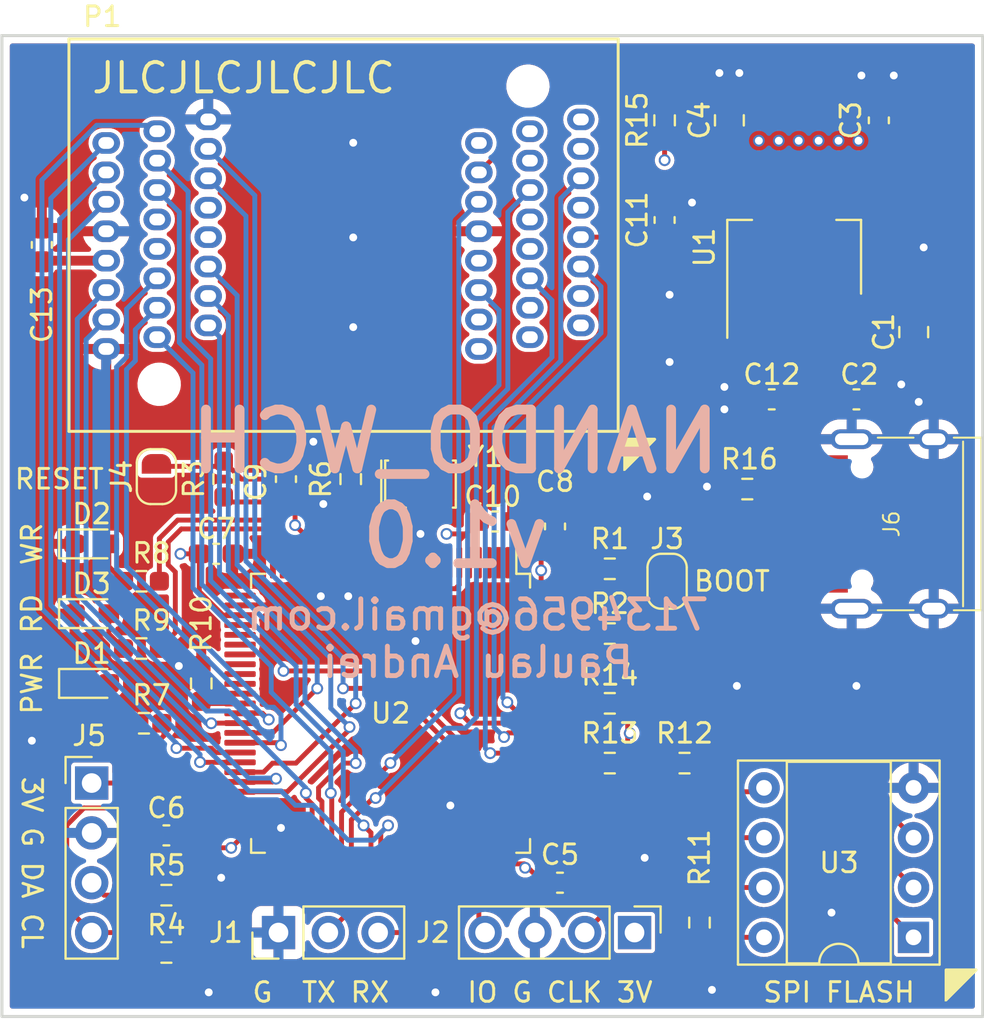
<source format=kicad_pcb>
(kicad_pcb (version 20211014) (generator pcbnew)
  (title_block (title "NANDO") (rev "v3.4"))
  (layers (0 "F.Cu" signal) (1 "In1.Cu" signal) (2 "In2.Cu" signal) (31 "B.Cu" signal) (34 "B.Paste" user) (35 "F.Paste" user) (36 "B.SilkS" user "B.Silkscreen") (37 "F.SilkS" user "F.Silkscreen") (38 "B.Mask" user) (39 "F.Mask" user) (44 "Edge.Cuts" user))
  (net 0 "")
  (net 1 "GNDD")
  (net 2 "+5V")
  (net 3 "+3V3")
  (net 4 "Net-(D1-Pad2)")
  (net 5 "Net-(D3-Pad2)")
  (net 6 "Net-(D2-Pad2)")
  (net 7 "Net-(J3-Pad2)")
  (net 8 "/SWDIO")
  (net 9 "/SWCLK")
  (net 10 "/USART1_TX")
  (net 11 "/USART1_RX")
  (net 12 "/FSMC_NWAIT")
  (net 13 "/FSMC_NOE")
  (net 14 "/FSMC_NCE2")
  (net 15 "/FSMC_CLE")
  (net 16 "/FSMC_ALE")
  (net 17 "/FSMC_NWE")
  (net 18 "/FSMC_D15")
  (net 19 "/FSMC_D14")
  (net 20 "/FSMC_D13")
  (net 21 "/FSMC_D7")
  (net 22 "/FSMC_D6")
  (net 23 "/FSMC_D5")
  (net 24 "/FSMC_D4")
  (net 25 "/FSMC_D12")
  (net 26 "/FSMC_D11")
  (net 27 "/FSMC_D3")
  (net 28 "/FSMC_D2")
  (net 29 "/FSMC_D1")
  (net 30 "/FSMC_D0")
  (net 31 "/FSMC_D10")
  (net 32 "/FSMC_D9")
  (net 33 "/FSMC_D8")
  (net 34 "/BOOT0")
  (net 35 "/USB_DP")
  (net 36 "/USB_DM")
  (net 37 "/RED")
  (net 38 "/YELLOW")
  (net 39 "/I2C2_SDA")
  (net 40 "/I2C2_SCL")
  (net 41 "/NRST")
  (net 42 "Net-(J6-PadA5)")
  (net 47 "Net-(R6-Pad1)")
  (net 48 "/DATA0")
  (net 55 "Net-(U2-Pad12)")
  (net 80 "/SPI3_NSS")
  (net 81 "/SPI3_SCK")
  (net 82 "/SPI3_MISO")
  (net 83 "/SPI3_MOSI")
  (net 95 "Net-(R6-Pad2)")
  (net 96 "Net-(R10-Pad2)")
  (net 107 "Net-(P1-Pad19)")
  (net 115 "Net-(R11-Pad1)")
  (net 116 "Net-(R12-Pad1)")
  (footprint "Capacitor_SMD:C_0603_1608Metric_Pad1.08x0.95mm_HandSolder" (layer "F.Cu") (at 175.254199 74.405637 180)
    (fp_text reference "C6")
    (fp_text value "0.1uF")
  )
  (footprint "Resistor_SMD:R_0603_1608Metric_Pad0.98x0.95mm_HandSolder" (layer "F.Cu") (at 184.652199 56.244637 -90)
    (fp_text reference "R6")
    (fp_text value "1k")
  )
  (footprint "Capacitor_SMD:C_0603_1608Metric_Pad1.08x0.95mm_HandSolder" (layer "F.Cu") (at 195.320199 76.818637)
    (fp_text reference "C5")
    (fp_text value "0.1uF")
  )
  (footprint "Resistor_SMD:R_0603_1608Metric_Pad0.98x0.95mm_HandSolder" (layer "F.Cu") (at 178.175199 56.244637 90)
    (fp_text reference "R3")
    (fp_text value "10k")
  )
  (footprint "Library:TYPE-C-31-M-12" (layer "F.Cu") (at 214.370199 58.530637 90)
    (fp_text reference "J6")
    (fp_text value "USB_C_Receptacle_USB2.0")
  )
  (footprint "Resistor_SMD:R_0603_1608Metric_Pad0.98x0.95mm_HandSolder" (layer "F.Cu") (at 204.868699 56.752637)
    (fp_text reference "R16")
    (fp_text value "5.1k")
  )
  (footprint "Connector_PinHeader_2.54mm:PinHeader_1x04_P2.54mm_Vertical" (layer "F.Cu") (at 171.444199 71.738637)
    (fp_text reference "J5")
    (fp_text value "Conn_01x04")
  )
  (footprint "Package_DIP:DIP-8_W7.62mm_Socket" (layer "F.Cu") (at 213.344199 79.602637 180)
    (fp_text reference "U3")
    (fp_text value "25LCxxx")
  )
  (footprint "Capacitor_SMD:C_0603_1608Metric_Pad1.08x0.95mm_HandSolder" (layer "F.Cu") (at 168.904199 44.306637 90)
    (fp_text reference "C13")
    (fp_text value "0.1uF")
  )
  (footprint "LED_SMD:LED_0603_1608Metric_Pad1.05x0.95mm_HandSolder" (layer "F.Cu") (at 171.444199 59.546637)
    (fp_text reference "D2")
    (fp_text value "RED")
  )
  (footprint "Capacitor_SMD:C_0603_1608Metric_Pad1.08x0.95mm_HandSolder" (layer "F.Cu") (at 206.115199 52.180637 180)
    (fp_text reference "C12")
    (fp_text value "1uF")
  )
  (footprint "Connector_PinHeader_2.54mm:PinHeader_1x04_P2.54mm_Vertical" (layer "F.Cu") (at 199.120199 79.358637 -90)
    (fp_text reference "J2")
    (fp_text value "Conn_01x04")
  )
  (footprint "Jumper:SolderJumper-2_P1.3mm_Open_RoundedPad1.0x1.5mm" (layer "F.Cu") (at 174.746199 56.117637 90)
    (fp_text reference "J4")
    (fp_text value "~RST")
  )
  (footprint "Crystal:Resonator_SMD_Murata_CSTxExxV-3Pin_3.0x1.1mm_HandSoldering" (layer "F.Cu") (at 188.208199 56.498637)
    (fp_text reference "Y1")
    (fp_text value "CSTNE8M00G550000R0 8MHz")
  )
  (footprint "Resistor_SMD:R_0603_1608Metric_Pad0.98x0.95mm_HandSolder" (layer "F.Cu") (at 175.254199 77.453637 180)
    (fp_text reference "R5")
    (fp_text value "4.7k")
  )
  (footprint "Resistor_SMD:R_0603_1608Metric_Pad0.98x0.95mm_HandSolder" (layer "F.Cu") (at 200.654199 37.956637 -90)
    (fp_text reference "R15")
    (fp_text value "10k")
  )
  (footprint "Resistor_SMD:R_0603_1608Metric_Pad0.98x0.95mm_HandSolder" (layer "F.Cu") (at 197.860199 64.118637 180)
    (fp_text reference "R2")
    (fp_text value "10k")
  )
  (footprint "Capacitor_SMD:C_0603_1608Metric_Pad1.08x0.95mm_HandSolder" (layer "F.Cu") (at 192.018199 58.403637)
    (fp_text reference "C10")
    (fp_text value "0.1uF")
  )
  (footprint "Resistor_SMD:R_0603_1608Metric_Pad0.98x0.95mm_HandSolder" (layer "F.Cu") (at 173.984199 64.880637)
    (fp_text reference "R9")
    (fp_text value "1k")
  )
  (footprint "Capacitor_SMD:C_0603_1608Metric_Pad1.08x0.95mm_HandSolder" (layer "F.Cu") (at 177.794199 60.054637)
    (fp_text reference "C7")
    (fp_text value "0.1uF")
  )
  (footprint "Capacitor_SMD:C_0603_1608Metric_Pad1.08x0.95mm_HandSolder" (layer "F.Cu") (at 211.576199 37.956637 90)
    (fp_text reference "C3")
    (fp_text value "0.1uF")
  )
  (footprint "Library:TSOP48ZIF" (layer "F.Cu") (at 170.286199 53.810637 180)
    (fp_text reference "P1")
    (fp_text value "TSOP-48_adapter" hide)
  )
  (footprint "Connector_PinHeader_2.54mm:PinHeader_1x03_P2.54mm_Vertical" (layer "F.Cu") (at 180.969199 79.358637 90)
    (fp_text reference "J1")
    (fp_text value "Conn_01x03")
  )
  (footprint "LED_SMD:LED_0603_1608Metric_Pad1.05x0.95mm_HandSolder" (layer "F.Cu") (at 171.444199 66.658637)
    (fp_text reference "D1")
    (fp_text value "GREEN")
  )
  (footprint "Capacitor_SMD:C_0603_1608Metric_Pad1.08x0.95mm_HandSolder" (layer "F.Cu") (at 210.433199 52.180637)
    (fp_text reference "C2")
    (fp_text value "0.1uF")
  )
  (footprint "Resistor_SMD:R_0603_1608Metric_Pad0.98x0.95mm_HandSolder" (layer "F.Cu") (at 175.254199 80.374637 180)
    (fp_text reference "R4")
    (fp_text value "4.7k")
  )
  (footprint "Capacitor_SMD:C_0603_1608Metric_Pad1.08x0.95mm_HandSolder" (layer "F.Cu") (at 181.350199 56.244637 90)
    (fp_text reference "C9")
    (fp_text value "0.1uF")
  )
  (footprint "Resistor_SMD:R_0603_1608Metric_Pad0.98x0.95mm_HandSolder" (layer "F.Cu") (at 197.860199 70.722637 180)
    (fp_text reference "R13")
    (fp_text value "10k")
  )
  (footprint "Resistor_SMD:R_0603_1608Metric_Pad0.98x0.95mm_HandSolder" (layer "F.Cu") (at 202.432199 78.850637 -90)
    (fp_text reference "R11")
    (fp_text value "10k")
  )
  (footprint "Capacitor_SMD:C_0603_1608Metric_Pad1.08x0.95mm_HandSolder" (layer "F.Cu") (at 200.654199 43.036637 90)
    (fp_text reference "C11")
    (fp_text value "0.1uF")
  )
  (footprint "LED_SMD:LED_0603_1608Metric_Pad1.05x0.95mm_HandSolder" (layer "F.Cu") (at 171.444199 63.102637)
    (fp_text reference "D3")
    (fp_text value "YELLOW")
  )
  (footprint "Capacitor_SMD:C_0805_2012Metric_Pad1.18x1.45mm_HandSolder" (layer "F.Cu") (at 213.354199 48.751637 -90)
    (fp_text reference "C1")
    (fp_text value "10uF")
  )
  (footprint "Resistor_SMD:R_0603_1608Metric_Pad0.98x0.95mm_HandSolder" (layer "F.Cu") (at 197.860199 67.674637)
    (fp_text reference "R14")
    (fp_text value "10k")
  )
  (footprint "Package_TO_SOT_SMD:SOT-223" (layer "F.Cu") (at 207.258199 44.941637 90)
    (fp_text reference "U1")
    (fp_text value "LM1117-3.3")
  )
  (footprint "Resistor_SMD:R_0603_1608Metric_Pad0.98x0.95mm_HandSolder" (layer "F.Cu") (at 197.860199 60.816637)
    (fp_text reference "R1")
    (fp_text value "510")
  )
  (footprint "Capacitor_SMD:C_0603_1608Metric_Pad1.08x0.95mm_HandSolder" (layer "F.Cu") (at 195.066199 58.657637 90)
    (fp_text reference "C8")
    (fp_text value "0.1uF")
  )
  (footprint "Resistor_SMD:R_0603_1608Metric_Pad0.98x0.95mm_HandSolder" (layer "F.Cu") (at 173.984199 61.451637)
    (fp_text reference "R8")
    (fp_text value "1k")
  )
  (footprint "Capacitor_SMD:C_0805_2012Metric_Pad1.18x1.45mm_HandSolder" (layer "F.Cu") (at 203.956199 37.956637 90)
    (fp_text reference "C4")
    (fp_text value "10uF")
  )
  (footprint "Resistor_SMD:R_0603_1608Metric_Pad0.98x0.95mm_HandSolder" (layer "F.Cu") (at 174.111199 68.690637)
    (fp_text reference "R7")
    (fp_text value "1k")
  )
  (footprint "Jumper:SolderJumper-2_P1.3mm_Open_RoundedPad1.0x1.5mm" (layer "F.Cu") (at 200.781199 61.451637 90)
    (fp_text reference "J3")
    (fp_text value "BOOT0")
  )
  (footprint "Resistor_SMD:R_0603_1608Metric_Pad0.98x0.95mm_HandSolder" (layer "F.Cu") (at 201.670199 70.722637 180)
    (fp_text reference "R12")
    (fp_text value "10k")
  )
  (footprint "Package_QFP:LQFP-100_14x14mm_P0.5mm" (layer "F.Cu") (at 186.684199 68.182637 -90)
    (fp_text reference "U2")
    (fp_text value "CH32V103VCT6")
  )
  (footprint "Resistor_SMD:R_0603_1608Metric_Pad0.98x0.95mm_HandSolder" (layer "F.Cu") (at 177.032199 66.658637 -90)
    (fp_text reference "R10")
    (fp_text value "10k")
  )
  (gr_poly (pts (xy 215.005199 81.263637) (xy 216.529199 81.263637) (xy 215.005199 82.787637)) (layer "F.SilkS") (width 0.153) (fill solid))
  (gr_poly (pts (xy 198.622199 54.212637) (xy 200.146199 54.212637) (xy 198.622199 55.736637)) (layer "F.SilkS") (width 0.153) (fill solid))
  (gr_rect (start 166.872199 33.638637) (end 216.872199 83.638637) (layer "Edge.Cuts") (width 0.15) (fill none))
  (gr_text "7134956@gmail.com\nPaulau Andrei" (at 191.129199 64.372637) (layer "B.SilkS") (effects (font (size 1.5 1.5) (thickness 0.25)) (justify mirror)))
  (gr_text "NANDO_WCH\nv1.0" (at 189.986199 56.752637) (layer "B.SilkS") (effects (font (size 3 3) (thickness 0.5)) (justify mirror)))
  (gr_text "RD" (at 168.396199 63.102637 90) (layer "F.SilkS") (effects (font (size 1 1))))
  (gr_text "PWR" (at 168.396199 66.658637 90) (layer "F.SilkS") (effects (font (size 1 1))))
  (gr_text "WR" (at 168.396199 59.546637 90) (layer "F.SilkS") (effects (font (size 1 1))))
  (gr_text "RESET" (at 169.793199 56.244637) (layer "F.SilkS") (effects (font (size 1 1))))
  (gr_text "3V G DA CL" (at 168.396199 75.802637 270) (layer "F.SilkS") (effects (font (size 1 1))))
  (gr_text "G  TX RX" (at 183.128199 82.406637) (layer "F.SilkS") (effects (font (size 1 1))))
  (gr_text "SPI FLASH" (at 209.544199 82.406637) (layer "F.SilkS") (effects (font (size 1 1))))
  (gr_text "BOOT" (at 204.083199 61.451637) (layer "F.SilkS") (effects (font (size 1 1))))
  (gr_text "IO G CLK 3V" (at 195.320199 82.406637) (layer "F.SilkS") (effects (font (size 1 1))))
  (gr_text "JLCJLCJLCJLC" (at 179.191199 35.797637) (layer "F.SilkS") (effects (font (size 1.5 1.5) (thickness 0.2))))
  (segment (start 188.184199 60.507637) (end 188.208199 60.483637) (width 0.25) (layer "F.Cu") (net 1))
  (segment (start 188.208199 60.483637) (end 188.208199 59.038637) (width 0.25) (layer "F.Cu") (net 1))
  (segment (start 188.208199 59.038637) (end 188.208199 56.498637) (width 0.25) (layer "F.Cu") (net 1))
  (via (at 204.464199 35.543637) (size 0.6) (drill 0.4) (layers "F.Cu" "B.Cu") (net 1))
  (via (at 213.862199 44.433637) (size 0.6) (drill 0.4) (layers "F.Cu" "B.Cu") (net 1))
  (via (at 203.702199 52.688637) (size 0.6) (drill 0.4) (layers "F.Cu" "B.Cu") (net 1))
  (via (at 187.954199 64.499637) (size 0.6) (drill 0.4) (layers "F.Cu" "B.Cu") (net 1))
  (via (at 184.779199 39.099637) (size 0.6) (drill 0.4) (layers "F.Cu" "B.Cu") (net 1))
  (via (at 184.525199 62.213637) (size 0.6) (drill 0.4) (layers "F.Cu" "B.Cu") (net 1))
  (via (at 212.338199 35.670637) (size 0.6) (drill 0.4) (layers "F.Cu" "B.Cu") (net 1))
  (via (at 189.732199 72.881637) (size 0.6) (drill 0.4) (layers "F.Cu" "B.Cu") (net 1))
  (via (at 210.433199 66.785637) (size 0.6) (drill 0.4) (layers "F.Cu" "B.Cu") (net 1))
  (via (at 199.638199 75.548637) (size 0.6) (drill 0.4) (layers "F.Cu" "B.Cu") (net 1))
  (via (at 203.067199 82.279637) (size 0.6) (drill 0.4) (layers "F.Cu" "B.Cu") (net 1))
  (via (at 199.765199 57.133637) (size 0.6) (drill 0.4) (layers "F.Cu" "B.Cu") (net 1))
  (via (at 183.255199 57.514637) (size 0.6) (drill 0.4) (layers "F.Cu" "B.Cu") (net 1))
  (via (at 168.396199 69.579637) (size 0.6) (drill 0.4) (layers "F.Cu" "B.Cu") (net 1))
  (via (at 183.128199 62.213637) (size 0.6) (drill 0.4) (layers "F.Cu" "B.Cu") (net 1))
  (via (at 177.413199 82.406637) (size 0.6) (drill 0.4) (layers "F.Cu" "B.Cu") (net 1))
  (via (at 202.813199 56.625637) (size 0.6) (drill 0.4) (layers "F.Cu" "B.Cu") (net 1))
  (via (at 188.208199 59.038637) (size 0.6) (drill 0.4) (layers "F.Cu" "B.Cu") (net 1))
  (via (at 203.448199 35.543637) (size 0.6) (drill 0.4) (layers "F.Cu" "B.Cu") (net 1))
  (via (at 200.908199 50.275637) (size 0.6) (drill 0.4) (layers "F.Cu" "B.Cu") (net 1))
  (via (at 184.779199 48.497637) (size 0.6) (drill 0.4) (layers "F.Cu" "B.Cu") (net 1))
  (via (at 188.970199 82.406637) (size 0.6) (drill 0.4) (layers "F.Cu" "B.Cu") (net 1))
  (via (at 212.719199 51.418637) (size 0.6) (drill 0.4) (layers "F.Cu" "B.Cu") (net 1))
  (via (at 204.337199 66.785637) (size 0.6) (drill 0.4) (layers "F.Cu" "B.Cu") (net 1))
  (via (at 175.889199 65.769637) (size 0.6) (drill 0.4) (layers "F.Cu" "B.Cu") (net 1))
  (via (at 168.015199 41.893637) (size 0.6) (drill 0.4) (layers "F.Cu" "B.Cu") (net 1))
  (via (at 182.747199 54.339637) (size 0.6) (drill 0.4) (layers "F.Cu" "B.Cu") (net 1))
  (via (at 200.908199 46.846637) (size 0.6) (drill 0.4) (layers "F.Cu" "B.Cu") (net 1))
  (via (at 181.096199 74.024637) (size 0.6) (drill 0.4) (layers "F.Cu" "B.Cu") (net 1))
  (via (at 202.051199 42.147637) (size 0.6) (drill 0.4) (layers "F.Cu" "B.Cu") (net 1))
  (via (at 178.048199 76.564637) (size 0.6) (drill 0.4) (layers "F.Cu" "B.Cu") (net 1))
  (via (at 184.779199 43.925637) (size 0.6) (drill 0.4) (layers "F.Cu" "B.Cu") (net 1))
  (via (at 203.702199 51.545637) (size 0.6) (drill 0.4) (layers "F.Cu" "B.Cu") (net 1))
  (via (at 210.687199 35.670637) (size 0.6) (drill 0.4) (layers "F.Cu" "B.Cu") (net 1))
  (via (at 209.163199 78.342637) (size 0.6) (drill 0.4) (layers "F.Cu" "B.Cu") (net 1))
  (via (at 213.608199 52.307637) (size 0.6) (drill 0.4) (layers "F.Cu" "B.Cu") (net 1))
  (segment (start 207.258199 55.990637) (end 208.020199 55.990637) (width 0.5) (layer "F.Cu") (net 2))
  (segment (start 209.270199 56.230637) (end 210.324591 56.230637) (width 0.25) (layer "F.Cu") (net 2))
  (segment (start 209.570699 48.104137) (end 209.558199 48.091637) (width 0.5) (layer "F.Cu") (net 2))
  (segment (start 211.447698 59.929138) (end 210.814199 60.562637) (width 0.5) (layer "F.Cu") (net 2))
  (segment (start 210.941199 56.669763) (end 211.447698 57.176262) (width 0.5) (layer "F.Cu") (net 2))
  (segment (start 213.354199 47.714137) (end 209.935699 47.714137) (width 0.5) (layer "F.Cu") (net 2))
  (segment (start 208.260199 56.230637) (end 208.020199 55.990637) (width 0.25) (layer "F.Cu") (net 2))
  (segment (start 209.270199 56.230637) (end 208.260199 56.230637) (width 0.25) (layer "F.Cu") (net 2))
  (segment (start 209.935699 47.714137) (end 209.558199 48.091637) (width 0.5) (layer "F.Cu") (net 2))
  (segment (start 206.977699 52.180637) (end 206.977699 55.710137) (width 0.5) (layer "F.Cu") (net 2))
  (segment (start 210.324591 60.830637) (end 210.592591 60.562637) (width 0.25) (layer "F.Cu") (net 2))
  (segment (start 206.977699 52.180637) (end 209.570699 52.180637) (width 0.5) (layer "F.Cu") (net 2))
  (segment (start 209.570699 52.180637) (end 209.570699 48.104137) (width 0.5) (layer "F.Cu") (net 2))
  (segment (start 206.977699 55.710137) (end 207.258199 55.990637) (width 0.5) (layer "F.Cu") (net 2))
  (segment (start 209.270199 60.830637) (end 210.324591 60.830637) (width 0.25) (layer "F.Cu") (net 2))
  (segment (start 210.719591 56.625637) (end 210.941199 56.625637) (width 0.25) (layer "F.Cu") (net 2))
  (segment (start 211.447698 57.176262) (end 211.447698 59.929138) (width 0.5) (layer "F.Cu") (net 2))
  (segment (start 210.592591 60.562637) (end 210.814199 60.562637) (width 0.25) (layer "F.Cu") (net 2))
  (segment (start 210.324591 56.230637) (end 210.719591 56.625637) (width 0.25) (layer "F.Cu") (net 2))
  (segment (start 196.947699 60.816637) (end 196.362699 60.816637) (width 0.25) (layer "F.Cu") (net 3))
  (segment (start 182.184199 58.960524) (end 182.184199 60.507637) (width 0.25) (layer "F.Cu") (net 3))
  (segment (start 187.827199 61.832637) (end 187.684199 61.689637) (width 0.25) (layer "F.Cu") (net 3))
  (segment (start 178.556199 75.040637) (end 179.009199 74.587637) (width 0.25) (layer "F.Cu") (net 3))
  (segment (start 196.386199 43.910637) (end 200.642699 43.910637) (width 0.25) (layer "F.Cu") (net 3))
  (segment (start 181.814901 57.825839) (end 181.350199 57.361137) (width 0.25) (layer "F.Cu") (net 3))
  (segment (start 210.538699 38.994137) (end 211.401199 38.994137) (width 1) (layer "F.Cu") (net 3))
  (segment (start 178.429199 57.411137) (end 181.300199 57.411137) (width 0.25) (layer "F.Cu") (net 3))
  (segment (start 176.931699 61.732137) (end 176.931699 60.054637) (width 0.25) (layer "F.Cu") (net 3))
  (segment (start 176.116699 74.405637) (end 176.166699 74.455637) (width 0.25) (layer "F.Cu") (net 3))
  (segment (start 196.362699 60.816637) (end 195.066199 59.520137) (width 0.25) (layer "F.Cu") (net 3))
  (segment (start 198.772699 67.674637) (end 198.772699 69.095137) (width 0.25) (layer "F.Cu") (net 3))
  (segment (start 192.684199 75.857637) (end 193.496699 75.857637) (width 0.25) (layer "F.Cu") (net 3))
  (segment (start 189.986199 61.832637) (end 187.827199 61.832637) (width 0.25) (layer "F.Cu") (net 3))
  (segment (start 175.127199 68.794137) (end 175.023699 68.690637) (width 0.25) (layer "F.Cu") (net 3))
  (segment (start 176.751699 75.040637) (end 178.556199 75.040637) (width 0.25) (layer "F.Cu") (net 3))
  (segment (start 207.490699 38.994137) (end 208.506699 38.994137) (width 1) (layer "F.Cu") (net 3))
  (segment (start 205.724199 79.602637) (end 202.592699 79.602637) (width 0.25) (layer "F.Cu") (net 3))
  (segment (start 175.127199 69.325637) (end 175.127199 68.794137) (width 0.25) (layer "F.Cu") (net 3))
  (segment (start 208.506699 38.994137) (end 209.522699 38.994137) (width 1) (layer "F.Cu") (net 3))
  (segment (start 205.458699 38.994137) (end 206.220699 38.994137) (width 1) (layer "F.Cu") (net 3))
  (segment (start 176.116699 74.405637) (end 176.751699 75.040637) (width 0.25) (layer "F.Cu") (net 3))
  (segment (start 207.258199 39.099637) (end 207.152699 38.994137) (width 0.5) (layer "F.Cu") (net 3))
  (segment (start 181.300199 57.411137) (end 181.350199 57.361137) (width 0.25) (layer "F.Cu") (net 3))
  (segment (start 207.152699 38.994137) (end 207.490699 38.994137) (width 1) (layer "F.Cu") (net 3))
  (segment (start 179.009199 63.182637) (end 178.143514 63.182637) (width 0.25) (layer "F.Cu") (net 3))
  (segment (start 194.359199 60.900137) (end 194.359199 62.182637) (width 0.25) (layer "F.Cu") (net 3))
  (segment (start 198.876199 69.198637) (end 198.772699 69.302137) (width 0.25) (layer "F.Cu") (net 3))
  (segment (start 176.166699 74.455637) (end 176.166699 80.374637) (width 0.25) (layer "F.Cu") (net 3))
  (segment (start 181.814901 58.591226) (end 182.184199 58.960524) (width 0.25) (layer "F.Cu") (net 3))
  (segment (start 206.220699 38.994137) (end 206.474699 38.994137) (width 1) (layer "F.Cu") (net 3))
  (segment (start 176.931699 61.970822) (end 176.931699 61.732137) (width 0.25) (layer "F.Cu") (net 3))
  (segment (start 182.184199 60.507637) (end 182.684199 60.507637) (width 0.25) (layer "F.Cu") (net 3))
  (segment (start 194.359199 60.227137) (end 195.066199 59.520137) (width 0.25) (layer "F.Cu") (net 3))
  (segment (start 194.359199 60.900137) (end 194.359199 60.227137) (width 0.25) (layer "F.Cu") (net 3))
  (segment (start 168.962699 45.110637) (end 168.904199 45.169137) (width 0.25) (layer "F.Cu") (net 3))
  (segment (start 172.714199 71.738637) (end 175.127199 69.325637) (width 0.25) (layer "F.Cu") (net 3))
  (segment (start 209.522699 38.994137) (end 210.538699 38.994137) (width 1) (layer "F.Cu") (net 3))
  (segment (start 176.931699 60.054637) (end 175.971199 60.054637) (width 0.25) (layer "F.Cu") (net 3))
  (segment (start 190.520699 59.038637) (end 191.155699 58.403637) (width 0.25) (layer "F.Cu") (net 3))
  (segment (start 189.536699 59.038637) (end 190.520699 59.038637) (width 0.25) (layer "F.Cu") (net 3))
  (segment (start 202.592699 79.602637) (end 202.432199 79.763137) (width 0.25) (layer "F.Cu") (net 3))
  (segment (start 190.184199 59.375137) (end 190.184199 60.507637) (width 0.25) (layer "F.Cu") (net 3))
  (segment (start 171.444199 71.738637) (end 172.714199 71.738637) (width 0.25) (layer "F.Cu") (net 3))
  (segment (start 178.175199 57.157137) (end 178.429199 57.411137) (width 0.25) (layer "F.Cu") (net 3))
  (segment (start 181.814901 58.591226) (end 181.814901 57.825839) (width 0.25) (layer "F.Cu") (net 3))
  (segment (start 203.956199 38.994137) (end 205.458699 38.994137) (width 1) (layer "F.Cu") (net 3))
  (segment (start 172.186199 45.110637) (end 168.962699 45.110637) (width 0.5) (layer "F.Cu") (net 3))
  (segment (start 211.401199 38.994137) (end 211.576199 38.819137) (width 0.5) (layer "F.Cu") (net 3))
  (segment (start 193.496699 75.857637) (end 194.457699 76.818637) (width 0.25) (layer "F.Cu") (net 3))
  (segment (start 198.772699 69.095137) (end 198.876199 69.198637) (width 0.25) (layer "F.Cu") (net 3))
  (segment (start 191.155699 58.403637) (end 190.184199 59.375137) (width 0.25) (layer "F.Cu") (net 3))
  (segment (start 187.684199 61.689637) (end 187.684199 60.507637) (width 0.25) (layer "F.Cu") (net 3))
  (segment (start 200.642699 43.910637) (end 200.654199 43.899137) (width 0.25) (layer "F.Cu") (net 3))
  (segment (start 178.143514 63.182637) (end 176.931699 61.970822) (width 0.25) (layer "F.Cu") (net 3))
  (segment (start 179.009199 74.587637) (end 179.009199 74.182637) (width 0.25) (layer "F.Cu") (net 3))
  (segment (start 190.184199 61.634637) (end 189.986199 61.832637) (width 0.25) (layer "F.Cu") (net 3))
  (segment (start 207.258199 48.091637) (end 207.258199 39.099637) (width 1) (layer "F.Cu") (net 3))
  (segment (start 198.772699 69.302137) (end 198.772699 70.722637) (width 0.25) (layer "F.Cu") (net 3))
  (segment (start 200.654199 38.869137) (end 200.654199 39.988637) (width 0.25) (layer "F.Cu") (net 3))
  (segment (start 200.757699 70.722637) (end 198.772699 70.722637) (width 0.25) (layer "F.Cu") (net 3))
  (segment (start 206.474699 38.994137) (end 207.152699 38.994137) (width 1) (layer "F.Cu") (net 3))
  (segment (start 190.184199 60.507637) (end 190.184199 61.634637) (width 0.25) (layer "F.Cu") (net 3))
  (via (at 210.538699 38.994137) (size 0.6) (drill 0.4) (layers "F.Cu" "B.Cu") (net 3))
  (via (at 209.522699 38.994137) (size 0.6) (drill 0.4) (layers "F.Cu" "B.Cu") (net 3))
  (via (at 175.971199 60.054637) (size 0.6) (drill 0.4) (layers "F.Cu" "B.Cu") (net 3))
  (via (at 189.536699 59.038637) (size 0.6) (drill 0.4) (layers "F.Cu" "B.Cu") (net 3))
  (via (at 193.542199 76.056637) (size 0.6) (drill 0.4) (layers "F.Cu" "B.Cu") (net 3))
  (via (at 200.654199 39.988637) (size 0.6) (drill 0.4) (layers "F.Cu" "B.Cu") (net 3))
  (via (at 205.458699 38.994137) (size 0.6) (drill 0.4) (layers "F.Cu" "B.Cu") (net 3))
  (via (at 198.876199 69.198637) (size 0.6) (drill 0.4) (layers "F.Cu" "B.Cu") (net 3))
  (via (at 208.506699 38.994137) (size 0.6) (drill 0.4) (layers "F.Cu" "B.Cu") (net 3))
  (via (at 194.359199 60.900137) (size 0.6) (drill 0.4) (layers "F.Cu" "B.Cu") (net 3))
  (via (at 207.490699 38.994137) (size 0.6) (drill 0.4) (layers "F.Cu" "B.Cu") (net 3))
  (via (at 206.474699 38.994137) (size 0.6) (drill 0.4) (layers "F.Cu" "B.Cu") (net 3))
  (via (at 178.556199 75.040637) (size 0.6) (drill 0.4) (layers "F.Cu" "B.Cu") (net 3))
  (via (at 181.814901 58.591226) (size 0.6) (drill 0.4) (layers "F.Cu" "B.Cu") (net 3))
  (segment (start 172.319199 66.658637) (end 172.319199 67.811137) (width 0.25) (layer "F.Cu") (net 4))
  (segment (start 172.319199 67.811137) (end 173.198699 68.690637) (width 0.25) (layer "F.Cu") (net 4))
  (segment (start 172.319199 64.128137) (end 173.071699 64.880637) (width 0.25) (layer "F.Cu") (net 5))
  (segment (start 172.319199 63.102637) (end 172.319199 64.128137) (width 0.25) (layer "F.Cu") (net 5))
  (segment (start 172.319199 60.699137) (end 173.071699 61.451637) (width 0.25) (layer "F.Cu") (net 6))
  (segment (start 172.319199 59.546637) (end 172.319199 60.699137) (width 0.25) (layer "F.Cu") (net 6))
  (segment (start 200.781199 60.801637) (end 198.787699 60.801637) (width 0.25) (layer "F.Cu") (net 7))
  (segment (start 198.787699 60.801637) (end 198.772699 60.816637) (width 0.25) (layer "F.Cu") (net 7))
  (segment (start 191.184199 75.857637) (end 191.184199 79.042637) (width 0.25) (layer "F.Cu") (net 8))
  (segment (start 191.184199 79.042637) (end 191.500199 79.358637) (width 0.25) (layer "F.Cu") (net 8))
  (segment (start 196.240199 74.182637) (end 197.352199 75.294637) (width 0.25) (layer "F.Cu") (net 9))
  (segment (start 197.352199 75.294637) (end 197.352199 78.586637) (width 0.25) (layer "F.Cu") (net 9))
  (segment (start 197.352199 78.586637) (end 196.580199 79.358637) (width 0.25) (layer "F.Cu") (net 9))
  (segment (start 194.359199 74.182637) (end 196.240199 74.182637) (width 0.25) (layer "F.Cu") (net 9))
  (segment (start 183.509199 79.358637) (end 185.160199 77.707637) (width 0.25) (layer "F.Cu") (net 10))
  (segment (start 189.184199 77.112637) (end 189.184199 75.857637) (width 0.25) (layer "F.Cu") (net 10))
  (segment (start 185.160199 77.707637) (end 188.589199 77.707637) (width 0.25) (layer "F.Cu") (net 10))
  (segment (start 188.589199 77.707637) (end 189.184199 77.112637) (width 0.25) (layer "F.Cu") (net 10))
  (segment (start 188.774199 78.157637) (end 188.775595 78.157637) (width 0.25) (layer "F.Cu") (net 11))
  (segment (start 186.049199 79.358637) (end 187.573199 79.358637) (width 0.25) (layer "F.Cu") (net 11))
  (segment (start 188.775595 78.157637) (end 189.684199 77.249033) (width 0.25) (layer "F.Cu") (net 11))
  (segment (start 189.684199 77.249033) (end 189.684199 75.857637) (width 0.25) (layer "F.Cu") (net 11))
  (segment (start 187.573199 79.358637) (end 188.774199 78.157637) (width 0.25) (layer "F.Cu") (net 11))
  (segment (start 195.415699 68.682637) (end 196.947699 70.214637) (width 0.25) (layer "F.Cu") (net 12))
  (segment (start 190.240199 68.182637) (end 190.740199 68.682637) (width 0.25) (layer "F.Cu") (net 12))
  (segment (start 194.359199 68.682637) (end 195.415699 68.682637) (width 0.25) (layer "F.Cu") (net 12))
  (segment (start 190.740199 68.682637) (end 194.359199 68.682637) (width 0.25) (layer "F.Cu") (net 12))
  (via (at 190.240199 68.182637) (size 0.6) (drill 0.4) (layers "F.Cu" "B.Cu") (net 12))
  (segment (start 190.611199 53.050771) (end 192.211199 51.450771) (width 0.25) (layer "B.Cu") (net 12))
  (segment (start 192.211199 47.635637) (end 191.186199 46.610637) (width 0.25) (layer "B.Cu") (net 12))
  (segment (start 192.211199 51.450771) (end 192.211199 47.635637) (width 0.25) (layer "B.Cu") (net 12))
  (segment (start 190.611199 67.811637) (end 190.611199 53.050771) (width 0.25) (layer "B.Cu") (net 12))
  (segment (start 190.240199 68.182637) (end 190.611199 67.811637) (width 0.25) (layer "B.Cu") (net 12))
  (segment (start 193.148856 69.682637) (end 194.359199 69.682637) (width 0.25) (layer "F.Cu") (net 13))
  (segment (start 192.616856 70.214637) (end 193.148856 69.682637) (width 0.25) (layer "F.Cu") (net 13))
  (segment (start 191.764199 70.214637) (end 192.616856 70.214637) (width 0.25) (layer "F.Cu") (net 13))
  (via (at 191.764199 70.214637) (size 0.6) (drill 0.4) (layers "F.Cu" "B.Cu") (net 13))
  (segment (start 191.511199 53.423563) (end 194.911199 50.023563) (width 0.25) (layer "B.Cu") (net 13))
  (segment (start 194.911199 50.023563) (end 194.911199 47.135637) (width 0.25) (layer "B.Cu") (net 13))
  (segment (start 191.764199 70.214637) (end 191.511199 69.961637) (width 0.25) (layer "B.Cu") (net 13))
  (segment (start 194.911199 47.135637) (end 193.786199 46.010637) (width 0.25) (layer "B.Cu") (net 13))
  (segment (start 191.511199 69.961637) (end 191.511199 53.423563) (width 0.25) (layer "B.Cu") (net 13))
  (segment (start 194.359199 68.182637) (end 196.439699 68.182637) (width 0.25) (layer "F.Cu") (net 14))
  (segment (start 196.439699 68.182637) (end 196.947699 67.674637) (width 0.25) (layer "F.Cu") (net 14))
  (segment (start 193.195699 68.182637) (end 194.359199 68.182637) (width 0.25) (layer "F.Cu") (net 14))
  (segment (start 192.636699 67.623637) (end 193.195699 68.182637) (width 0.25) (layer "F.Cu") (net 14))
  (via (at 192.636699 67.623637) (size 0.6) (drill 0.4) (layers "F.Cu" "B.Cu") (net 14))
  (segment (start 192.411199 67.398137) (end 192.411199 53.796355) (width 0.25) (layer "B.Cu") (net 14))
  (segment (start 197.411199 48.796355) (end 197.411199 46.435637) (width 0.25) (layer "B.Cu") (net 14))
  (segment (start 197.411199 46.435637) (end 196.386199 45.410637) (width 0.25) (layer "B.Cu") (net 14))
  (segment (start 192.411199 53.796355) (end 197.411199 48.796355) (width 0.25) (layer "B.Cu") (net 14))
  (segment (start 192.636699 67.623637) (end 192.411199 67.398137) (width 0.25) (layer "B.Cu") (net 14))
  (segment (start 186.677877 70.716315) (end 186.677877 70.728959) (width 0.25) (layer "F.Cu") (net 15))
  (segment (start 184.184199 73.222637) (end 184.184199 75.857637) (width 0.25) (layer "F.Cu") (net 15))
  (segment (start 186.677877 70.728959) (end 184.184199 73.222637) (width 0.25) (layer "F.Cu") (net 15))
  (via (at 186.677877 70.716315) (size 0.6) (drill 0.4) (layers "F.Cu" "B.Cu") (net 15))
  (segment (start 190.161199 67.232994) (end 190.161199 43.135637) (width 0.25) (layer "B.Cu") (net 15))
  (segment (start 186.677877 70.716315) (end 190.161199 67.232994) (width 0.25) (layer "B.Cu") (net 15))
  (segment (start 190.161199 43.135637) (end 191.186199 42.110637) (width 0.25) (layer "B.Cu") (net 15))
  (segment (start 185.922199 72.500637) (end 185.795199 72.500637) (width 0.25) (layer "F.Cu") (net 16))
  (segment (start 185.795199 72.500637) (end 184.684199 73.611637) (width 0.25) (layer "F.Cu") (net 16))
  (segment (start 184.684199 73.611637) (end 184.684199 75.857637) (width 0.25) (layer "F.Cu") (net 16))
  (via (at 185.922199 72.500637) (size 0.6) (drill 0.4) (layers "F.Cu" "B.Cu") (net 16))
  (segment (start 191.061199 53.237167) (end 192.661199 51.637167) (width 0.25) (layer "B.Cu") (net 16))
  (segment (start 192.661199 42.635637) (end 193.786199 41.510637) (width 0.25) (layer "B.Cu") (net 16))
  (segment (start 192.661199 51.637167) (end 192.661199 42.635637) (width 0.25) (layer "B.Cu") (net 16))
  (segment (start 185.922199 72.500637) (end 189.478199 68.944637) (width 0.25) (layer "B.Cu") (net 16))
  (segment (start 189.478199 68.944637) (end 190.494199 68.944637) (width 0.25) (layer "B.Cu") (net 16))
  (segment (start 191.061199 68.377637) (end 191.061199 53.237167) (width 0.25) (layer "B.Cu") (net 16))
  (segment (start 190.494199 68.944637) (end 191.061199 68.377637) (width 0.25) (layer "B.Cu") (net 16))
  (segment (start 192.467949 69.394387) (end 192.679699 69.182637) (width 0.25) (layer "F.Cu") (net 17))
  (segment (start 192.679699 69.182637) (end 194.359199 69.182637) (width 0.25) (layer "F.Cu") (net 17))
  (via (at 192.467949 69.394387) (size 0.6) (drill 0.4) (layers "F.Cu" "B.Cu") (net 17))
  (segment (start 192.467949 69.394387) (end 191.961199 68.887637) (width 0.25) (layer "B.Cu") (net 17))
  (segment (start 195.361199 41.935637) (end 196.386199 40.910637) (width 0.25) (layer "B.Cu") (net 17))
  (segment (start 191.961199 68.887637) (end 191.961199 53.609959) (width 0.25) (layer "B.Cu") (net 17))
  (segment (start 195.361199 50.209959) (end 195.361199 41.935637) (width 0.25) (layer "B.Cu") (net 17))
  (segment (start 191.961199 53.609959) (end 195.361199 50.209959) (width 0.25) (layer "B.Cu") (net 17))
  (segment (start 183.684199 72.294637) (end 183.636199 72.246637) (width 0.25) (layer "F.Cu") (net 18))
  (segment (start 183.684199 75.857637) (end 183.684199 72.294637) (width 0.25) (layer "F.Cu") (net 18))
  (via (at 183.636199 72.246637) (size 0.6) (drill 0.4) (layers "F.Cu" "B.Cu") (net 18))
  (segment (start 183.636199 72.246637) (end 183.636199 70.144004) (width 0.25) (layer "B.Cu") (net 18))
  (segment (start 176.611199 61.795429) (end 176.611199 50.835637) (width 0.25) (layer "B.Cu") (net 18))
  (segment (start 180.598199 67.106004) (end 180.598199 65.782429) (width 0.25) (layer "B.Cu") (net 18))
  (segment (start 176.611199 50.835637) (end 174.786199 49.010637) (width 0.25) (layer "B.Cu") (net 18))
  (segment (start 180.598199 65.782429) (end 176.611199 61.795429) (width 0.25) (layer "B.Cu") (net 18))
  (segment (start 183.636199 70.144004) (end 180.598199 67.106004) (width 0.25) (layer "B.Cu") (net 18))
  (segment (start 183.184199 72.678521) (end 183.184199 75.857637) (width 0.25) (layer "F.Cu") (net 19))
  (segment (start 184.271199 70.722637) (end 183.011199 71.982637) (width 0.25) (layer "F.Cu") (net 19))
  (segment (start 183.011199 71.982637) (end 183.011199 72.505521) (width 0.25) (layer "F.Cu") (net 19))
  (segment (start 184.906199 70.722637) (end 184.271199 70.722637) (width 0.25) (layer "F.Cu") (net 19))
  (segment (start 183.011199 72.505521) (end 183.184199 72.678521) (width 0.25) (layer "F.Cu") (net 19))
  (via (at 184.906199 70.722637) (size 0.6) (drill 0.4) (layers "F.Cu" "B.Cu") (net 19))
  (segment (start 184.906199 70.722637) (end 184.906199 70.141212) (width 0.25) (layer "B.Cu") (net 19))
  (segment (start 177.961199 61.110637) (end 177.961199 48.985637) (width 0.25) (layer "B.Cu") (net 19))
  (segment (start 177.961199 48.985637) (end 177.386199 48.410637) (width 0.25) (layer "B.Cu") (net 19))
  (segment (start 182.318199 65.467637) (end 177.961199 61.110637) (width 0.25) (layer "B.Cu") (net 19))
  (segment (start 182.318199 67.553212) (end 182.318199 65.467637) (width 0.25) (layer "B.Cu") (net 19))
  (segment (start 184.906199 70.141212) (end 182.318199 67.553212) (width 0.25) (layer "B.Cu") (net 19))
  (segment (start 182.684199 72.814917) (end 182.684199 75.857637) (width 0.25) (layer "F.Cu") (net 20))
  (segment (start 182.366199 72.246637) (end 182.366199 72.496917) (width 0.25) (layer "F.Cu") (net 20))
  (segment (start 182.366199 72.496917) (end 182.684199 72.814917) (width 0.25) (layer "F.Cu") (net 20))
  (via (at 182.366199 72.246637) (size 0.6) (drill 0.4) (layers "F.Cu" "B.Cu") (net 20))
  (segment (start 182.366199 71.992637) (end 178.439199 68.065637) (width 0.25) (layer "B.Cu") (net 20))
  (segment (start 171.161199 61.925053) (end 171.161199 49.135637) (width 0.25) (layer "B.Cu") (net 20))
  (segment (start 171.161199 49.135637) (end 172.186199 48.110637) (width 0.25) (layer "B.Cu") (net 20))
  (segment (start 177.301783 68.065637) (end 171.161199 61.925053) (width 0.25) (layer "B.Cu") (net 20))
  (segment (start 178.439199 68.065637) (end 177.301783 68.065637) (width 0.25) (layer "B.Cu") (net 20))
  (segment (start 182.366199 72.246637) (end 182.366199 71.992637) (width 0.25) (layer "B.Cu") (net 20))
  (segment (start 181.096199 69.807137) (end 180.971699 69.682637) (width 0.25) (layer "F.Cu") (net 21))
  (segment (start 180.971699 69.682637) (end 179.009199 69.682637) (width 0.25) (layer "F.Cu") (net 21))
  (via (at 181.096199 69.807137) (size 0.6) (drill 0.4) (layers "F.Cu" "B.Cu") (net 21))
  (segment (start 173.672199 50.208033) (end 173.672199 48.624637) (width 0.25) (layer "B.Cu") (net 21))
  (segment (start 180.40595 67.874784) (end 173.222199 60.691033) (width 0.25) (layer "B.Cu") (net 21))
  (segment (start 181.096199 69.807137) (end 181.096199 68.2404) (width 0.25) (layer "B.Cu") (net 21))
  (segment (start 173.672199 48.624637) (end 174.786199 47.510637) (width 0.25) (layer "B.Cu") (net 21))
  (segment (start 173.222199 60.691033) (end 173.222199 50.658033) (width 0.25) (layer "B.Cu") (net 21))
  (segment (start 181.096199 68.2404) (end 180.730583 67.874784) (width 0.25) (layer "B.Cu") (net 21))
  (segment (start 173.222199 50.658033) (end 173.672199 50.208033) (width 0.25) (layer "B.Cu") (net 21))
  (segment (start 180.730583 67.874784) (end 180.40595 67.874784) (width 0.25) (layer "B.Cu") (net 21))
  (segment (start 180.67273 69.182637) (end 179.009199 69.182637) (width 0.25) (layer "F.Cu") (net 22))
  (segment (start 182.942699 66.912668) (end 180.67273 69.182637) (width 0.25) (layer "F.Cu") (net 22))
  (segment (start 182.942699 66.912637) (end 182.942699 66.912668) (width 0.25) (layer "F.Cu") (net 22))
  (via (at 182.942699 66.912637) (size 0.6) (drill 0.4) (layers "F.Cu" "B.Cu") (net 22))
  (segment (start 182.942699 65.455741) (end 178.411199 60.924241) (width 0.25) (layer "B.Cu") (net 22))
  (segment (start 178.411199 47.935637) (end 177.386199 46.910637) (width 0.25) (layer "B.Cu") (net 22))
  (segment (start 182.942699 66.912637) (end 182.942699 65.455741) (width 0.25) (layer "B.Cu") (net 22))
  (segment (start 178.411199 60.924241) (end 178.411199 47.935637) (width 0.25) (layer "B.Cu") (net 22))
  (segment (start 177.548199 68.682637) (end 177.540199 68.690637) (width 0.25) (layer "F.Cu") (net 23))
  (segment (start 179.009199 68.682637) (end 177.548199 68.682637) (width 0.25) (layer "F.Cu") (net 23))
  (via (at 177.540199 68.690637) (size 0.6) (drill 0.4) (layers "F.Cu" "B.Cu") (net 23))
  (segment (start 177.290387 68.690637) (end 170.711199 62.111449) (width 0.25) (layer "B.Cu") (net 23))
  (segment (start 177.540199 68.690637) (end 177.290387 68.690637) (width 0.25) (layer "B.Cu") (net 23))
  (segment (start 172.186199 46.612637) (end 172.186199 46.610637) (width 0.25) (layer "B.Cu") (net 23))
  (segment (start 170.711199 48.087637) (end 172.186199 46.612637) (width 0.25) (layer "B.Cu") (net 23))
  (segment (start 170.711199 62.111449) (end 170.711199 48.087637) (width 0.25) (layer "B.Cu") (net 23))
  (segment (start 180.154552 68.182637) (end 180.471699 68.499784) (width 0.25) (layer "F.Cu") (net 24))
  (segment (start 179.009199 68.182637) (end 180.154552 68.182637) (width 0.25) (layer "F.Cu") (net 24))
  (via (at 180.471699 68.499784) (size 0.6) (drill 0.4) (layers "F.Cu" "B.Cu") (net 24))
  (segment (start 180.394554 68.499784) (end 172.714199 60.819429) (width 0.25) (layer "B.Cu") (net 24))
  (segment (start 173.222199 47.574637) (end 174.786199 46.010637) (width 0.25) (layer "B.Cu") (net 24))
  (segment (start 172.714199 60.819429) (end 172.714199 50.529637) (width 0.25) (layer "B.Cu") (net 24))
  (segment (start 180.471699 68.499784) (end 180.394554 68.499784) (width 0.25) (layer "B.Cu") (net 24))
  (segment (start 173.222199 50.021637) (end 173.222199 47.574637) (width 0.25) (layer "B.Cu") (net 24))
  (segment (start 172.714199 50.529637) (end 173.222199 50.021637) (width 0.25) (layer "B.Cu") (net 24))
  (segment (start 181.414199 72.182637) (end 179.009199 72.182637) (width 0.25) (layer "F.Cu") (net 25))
  (segment (start 184.590214 69.006622) (end 181.414199 72.182637) (width 0.25) (layer "F.Cu") (net 25))
  (segment (start 184.590214 68.882652) (end 184.590214 69.006622) (width 0.25) (layer "F.Cu") (net 25))
  (via (at 184.590214 68.882652) (size 0.6) (drill 0.4) (layers "F.Cu" "B.Cu") (net 25))
  (segment (start 183.636199 65.388637) (end 178.861199 60.613637) (width 0.25) (layer "B.Cu") (net 25))
  (segment (start 178.861199 60.613637) (end 178.861199 46.885637) (width 0.25) (layer "B.Cu") (net 25))
  (segment (start 183.636199 67.928637) (end 183.636199 65.388637) (width 0.25) (layer "B.Cu") (net 25))
  (segment (start 184.590214 68.882652) (end 183.636199 67.928637) (width 0.25) (layer "B.Cu") (net 25))
  (segment (start 178.861199 46.885637) (end 177.386199 45.410637) (width 0.25) (layer "B.Cu") (net 25))
  (segment (start 180.842199 71.514755) (end 180.674317 71.682637) (width 0.25) (layer "F.Cu") (net 26))
  (segment (start 180.674317 71.682637) (end 179.009199 71.682637) (width 0.25) (layer "F.Cu") (net 26))
  (via (at 180.842199 71.514755) (size 0.6) (drill 0.4) (layers "F.Cu" "B.Cu") (net 26))
  (segment (start 180.812081 71.484637) (end 179.445897 71.484637) (width 0.25) (layer "B.Cu") (net 26))
  (segment (start 170.261199 62.297845) (end 170.261199 44.035637) (width 0.25) (layer "B.Cu") (net 26))
  (segment (start 170.261199 44.035637) (end 172.186199 42.110637) (width 0.25) (layer "B.Cu") (net 26))
  (segment (start 177.868405 69.907145) (end 177.868405 69.905051) (width 0.25) (layer "B.Cu") (net 26))
  (segment (start 177.868405 69.905051) (end 170.261199 62.297845) (width 0.25) (layer "B.Cu") (net 26))
  (segment (start 179.445897 71.484637) (end 177.868405 69.907145) (width 0.25) (layer "B.Cu") (net 26))
  (segment (start 180.842199 71.514755) (end 180.812081 71.484637) (width 0.25) (layer "B.Cu") (net 26))
  (segment (start 186.557199 66.023637) (end 191.716199 71.182637) (width 0.25) (layer "F.Cu") (net 27))
  (segment (start 191.716199 71.182637) (end 194.359199 71.182637) (width 0.25) (layer "F.Cu") (net 27))
  (segment (start 181.223199 66.023637) (end 186.557199 66.023637) (width 0.25) (layer "F.Cu") (net 27))
  (via (at 181.223199 66.023637) (size 0.6) (drill 0.4) (layers "F.Cu" "B.Cu") (net 27))
  (segment (start 175.911698 49.282136) (end 175.911698 42.636136) (width 0.25) (layer "B.Cu") (net 27))
  (segment (start 177.061199 61.609033) (end 177.061199 50.431637) (width 0.25) (layer "B.Cu") (net 27))
  (segment (start 181.223199 66.023637) (end 181.223199 65.771033) (width 0.25) (layer "B.Cu") (net 27))
  (segment (start 181.223199 65.771033) (end 177.061199 61.609033) (width 0.25) (layer "B.Cu") (net 27))
  (segment (start 177.061199 50.431637) (end 175.911698 49.282136) (width 0.25) (layer "B.Cu") (net 27))
  (segment (start 175.911698 42.636136) (end 174.786199 41.510637) (width 0.25) (layer "B.Cu") (net 27))
  (segment (start 186.809803 66.912637) (end 191.579803 71.682637) (width 0.25) (layer "F.Cu") (net 28))
  (segment (start 184.260699 66.912637) (end 186.809803 66.912637) (width 0.25) (layer "F.Cu") (net 28))
  (segment (start 191.579803 71.682637) (end 194.359199 71.682637) (width 0.25) (layer "F.Cu") (net 28))
  (via (at 184.260699 66.912637) (size 0.6) (drill 0.4) (layers "F.Cu" "B.Cu") (net 28))
  (segment (start 184.260699 66.912637) (end 184.260699 65.376741) (width 0.25) (layer "B.Cu") (net 28))
  (segment (start 179.311199 42.835637) (end 177.386199 40.910637) (width 0.25) (layer "B.Cu") (net 28))
  (segment (start 179.311199 60.427241) (end 179.311199 42.835637) (width 0.25) (layer "B.Cu") (net 28))
  (segment (start 184.260699 65.376741) (end 179.311199 60.427241) (width 0.25) (layer "B.Cu") (net 28))
  (segment (start 186.184199 74.270637) (end 186.184199 75.857637) (width 0.25) (layer "F.Cu") (net 29))
  (segment (start 186.557199 73.897637) (end 186.184199 74.270637) (width 0.25) (layer "F.Cu") (net 29))
  (via (at 186.557199 73.897637) (size 0.6) (drill 0.4) (layers "F.Cu" "B.Cu") (net 29))
  (segment (start 181.832965 72.871637) (end 181.101083 72.139755) (width 0.25) (layer "B.Cu") (net 29))
  (segment (start 179.465317 72.139755) (end 177.418405 70.092843) (width 0.25) (layer "B.Cu") (net 29))
  (segment (start 185.805199 74.649637) (end 184.515199 74.649637) (width 0.25) (layer "B.Cu") (net 29))
  (segment (start 169.811199 43.018637) (end 172.186199 40.643637) (width 0.25) (layer "B.Cu") (net 29))
  (segment (start 182.737199 72.871637) (end 181.832965 72.871637) (width 0.25) (layer "B.Cu") (net 29))
  (segment (start 177.418405 70.092843) (end 177.418405 70.091447) (width 0.25) (layer "B.Cu") (net 29))
  (segment (start 186.557199 73.897637) (end 185.805199 74.649637) (width 0.25) (layer "B.Cu") (net 29))
  (segment (start 177.418405 70.091447) (end 169.811199 62.484241) (width 0.25) (layer "B.Cu") (net 29))
  (segment (start 169.811199 62.484241) (end 169.811199 43.018637) (width 0.25) (layer "B.Cu") (net 29))
  (segment (start 172.186199 40.643637) (end 172.186199 40.610637) (width 0.25) (layer "B.Cu") (net 29))
  (segment (start 184.515199 74.649637) (end 182.737199 72.871637) (width 0.25) (layer "B.Cu") (net 29))
  (segment (start 181.101083 72.139755) (end 179.465317 72.139755) (width 0.25) (layer "B.Cu") (net 29))
  (segment (start 185.308699 73.897637) (end 185.684199 74.273137) (width 0.25) (layer "F.Cu") (net 30))
  (segment (start 185.684199 74.273137) (end 185.684199 75.857637) (width 0.25) (layer "F.Cu") (net 30))
  (via (at 185.308699 73.897637) (size 0.6) (drill 0.4) (layers "F.Cu" "B.Cu") (net 30))
  (segment (start 176.361199 41.585637) (end 174.786199 40.010637) (width 0.25) (layer "B.Cu") (net 30))
  (segment (start 177.511199 61.422637) (end 177.511199 50.119637) (width 0.25) (layer "B.Cu") (net 30))
  (segment (start 176.361199 48.969637) (end 176.361199 41.585637) (width 0.25) (layer "B.Cu") (net 30))
  (segment (start 184.271199 70.142608) (end 181.868199 67.739608) (width 0.25) (layer "B.Cu") (net 30))
  (segment (start 177.511199 50.119637) (end 176.361199 48.969637) (width 0.25) (layer "B.Cu") (net 30))
  (segment (start 181.868199 65.779637) (end 177.511199 61.422637) (width 0.25) (layer "B.Cu") (net 30))
  (segment (start 185.308699 73.897637) (end 184.271199 72.860137) (width 0.25) (layer "B.Cu") (net 30))
  (segment (start 181.868199 67.739608) (end 181.868199 65.779637) (width 0.25) (layer "B.Cu") (net 30))
  (segment (start 184.271199 72.860137) (end 184.271199 70.142608) (width 0.25) (layer "B.Cu") (net 30))
  (segment (start 180.669316 70.722637) (end 180.209316 71.182637) (width 0.25) (layer "F.Cu") (net 31))
  (segment (start 184.906199 67.674637) (end 181.858199 70.722637) (width 0.25) (layer "F.Cu") (net 31))
  (segment (start 181.858199 70.722637) (end 180.669316 70.722637) (width 0.25) (layer "F.Cu") (net 31))
  (segment (start 180.209316 71.182637) (end 179.009199 71.182637) (width 0.25) (layer "F.Cu") (net 31))
  (via (at 184.906199 67.674637) (size 0.6) (drill 0.4) (layers "F.Cu" "B.Cu") (net 31))
  (segment (start 184.906199 65.385845) (end 179.761199 60.240845) (width 0.25) (layer "B.Cu") (net 31))
  (segment (start 184.906199 67.674637) (end 184.906199 65.385845) (width 0.25) (layer "B.Cu") (net 31))
  (segment (start 179.761199 60.240845) (end 179.761199 41.785637) (width 0.25) (layer "B.Cu") (net 31))
  (segment (start 179.761199 41.785637) (end 177.386199 39.410637) (width 0.25) (layer "B.Cu") (net 31))
  (segment (start 176.968405 70.671237) (end 176.979805 70.682637) (width 0.25) (layer "F.Cu") (net 32))
  (segment (start 176.979805 70.682637) (end 179.009199 70.682637) (width 0.25) (layer "F.Cu") (net 32))
  (via (at 176.968405 70.671237) (size 0.6) (drill 0.4) (layers "F.Cu" "B.Cu") (net 32))
  (segment (start 169.361199 41.935637) (end 172.186199 39.110637) (width 0.25) (layer "B.Cu") (net 32))
  (segment (start 176.968405 70.277843) (end 169.361199 62.670637) (width 0.25) (layer "B.Cu") (net 32))
  (segment (start 176.968405 70.671237) (end 176.968405 70.277843) (width 0.25) (layer "B.Cu") (net 32))
  (segment (start 169.361199 62.670637) (end 169.361199 41.935637) (width 0.25) (layer "B.Cu") (net 32))
  (segment (start 175.76511 69.957726) (end 175.768021 69.960637) (width 0.25) (layer "F.Cu") (net 33))
  (segment (start 177.540199 69.960637) (end 177.762199 70.182637) (width 0.25) (layer "F.Cu") (net 33))
  (segment (start 177.762199 70.182637) (end 179.009199 70.182637) (width 0.25) (layer "F.Cu") (net 33))
  (segment (start 175.768021 69.960637) (end 177.540199 69.960637) (width 0.25) (layer "F.Cu") (net 33))
  (via (at 175.76511 69.957726) (size 0.6) (drill 0.4) (layers "F.Cu" "B.Cu") (net 33))
  (segment (start 168.911199 40.997637) (end 171.698199 38.210637) (width 0.25) (layer "B.Cu") (net 33))
  (segment (start 175.76511 69.710944) (end 168.911199 62.857033) (width 0.25) (layer "B.Cu") (net 33))
  (segment (start 171.698199 38.210637) (end 174.486199 38.210637) (width 0.25) (layer "B.Cu") (net 33))
  (segment (start 175.76511 69.957726) (end 175.76511 69.710944) (width 0.25) (layer "B.Cu") (net 33))
  (segment (start 174.486199 38.210637) (end 174.786199 38.510637) (width 0.25) (layer "B.Cu") (net 33))
  (segment (start 168.911199 62.857033) (end 168.911199 40.997637) (width 0.25) (layer "B.Cu") (net 33))
  (segment (start 199.218699 61.847637) (end 200.527199 61.847637) (width 0.25) (layer "F.Cu") (net 34))
  (segment (start 200.527199 61.847637) (end 200.781199 62.101637) (width 0.25) (layer "F.Cu") (net 34))
  (segment (start 195.883699 65.182637) (end 199.218699 61.847637) (width 0.25) (layer "F.Cu") (net 34))
  (segment (start 194.359199 65.182637) (end 195.883699 65.182637) (width 0.25) (layer "F.Cu") (net 34))
  (segment (start 208.147199 57.903637) (end 208.147199 58.530637) (width 0.25) (layer "F.Cu") (net 35))
  (segment (start 209.270199 57.780637) (end 208.270199 57.780637) (width 0.25) (layer "F.Cu") (net 35))
  (segment (start 208.274199 58.784637) (end 208.147199 58.657637) (width 0.25) (layer "F.Cu") (net 35))
  (segment (start 200.995199 65.682637) (end 194.359199 65.682637) (width 0.25) (layer "F.Cu") (net 35))
  (segment (start 208.147199 58.530637) (end 200.995199 65.682637) (width 0.25) (layer "F.Cu") (net 35))
  (segment (start 209.270199 58.784637) (end 208.274199 58.784637) (width 0.25) (layer "F.Cu") (net 35))
  (segment (start 208.270199 57.780637) (end 208.147199 57.903637) (width 0.25) (layer "F.Cu") (net 35))
  (segment (start 208.147199 58.657637) (end 208.147199 58.403637) (width 0.25) (layer "F.Cu") (net 35))
  (segment (start 209.270199 59.280637) (end 210.270199 59.280637) (width 0.25) (layer "F.Cu") (net 36))
  (segment (start 209.270199 59.280637) (end 208.083354 59.280637) (width 0.25) (layer "F.Cu") (net 36))
  (segment (start 208.083354 59.280637) (end 201.181354 66.182637) (width 0.25) (layer "F.Cu") (net 36))
  (segment (start 210.423197 59.127639) (end 210.423197 58.433635) (width 0.25) (layer "F.Cu") (net 36))
  (segment (start 201.181354 66.182637) (end 194.359199 66.182637) (width 0.25) (layer "F.Cu") (net 36))
  (segment (start 210.423197 58.433635) (end 210.270199 58.280637) (width 0.25) (layer "F.Cu") (net 36))
  (segment (start 210.270199 59.280637) (end 210.423197 59.127639) (width 0.25) (layer "F.Cu") (net 36))
  (segment (start 210.270199 58.280637) (end 209.270199 58.280637) (width 0.25) (layer "F.Cu") (net 36))
  (segment (start 181.684199 59.505556) (end 180.51328 58.334637) (width 0.25) (layer "F.Cu") (net 37))
  (segment (start 175.829803 58.334637) (end 174.896699 59.267741) (width 0.25) (layer "F.Cu") (net 37))
  (segment (start 180.51328 58.334637) (end 175.829803 58.334637) (width 0.25) (layer "F.Cu") (net 37))
  (segment (start 181.684199 60.507637) (end 181.684199 59.505556) (width 0.25) (layer "F.Cu") (net 37))
  (segment (start 174.896699 59.267741) (end 174.896699 61.451637) (width 0.25) (layer "F.Cu") (net 37))
  (segment (start 181.184199 59.641952) (end 180.326884 58.784637) (width 0.25) (layer "F.Cu") (net 38))
  (segment (start 181.184199 60.507637) (end 181.184199 59.641952) (width 0.25) (layer "F.Cu") (net 38))
  (segment (start 175.346699 60.618642) (end 175.709199 60.981142) (width 0.25) (layer "F.Cu") (net 38))
  (segment (start 175.709199 60.981142) (end 175.709199 64.068137) (width 0.25) (layer "F.Cu") (net 38))
  (segment (start 176.016199 58.784637) (end 175.346699 59.454137) (width 0.25) (layer "F.Cu") (net 38))
  (segment (start 175.346699 59.454137) (end 175.346699 60.618642) (width 0.25) (layer "F.Cu") (net 38))
  (segment (start 175.709199 64.068137) (end 174.896699 64.880637) (width 0.25) (layer "F.Cu") (net 38))
  (segment (start 180.326884 58.784637) (end 176.016199 58.784637) (width 0.25) (layer "F.Cu") (net 38))
  (segment (start 175.889199 73.300142) (end 175.254199 73.935142) (width 0.25) (layer "F.Cu") (net 39))
  (segment (start 179.009199 73.182637) (end 175.969199 73.182637) (width 0.25) (layer "F.Cu") (net 39))
  (segment (start 172.079199 77.453637) (end 171.444199 76.818637) (width 0.25) (layer "F.Cu") (net 39))
  (segment (start 175.254199 73.935142) (end 175.254199 76.541137) (width 0.25) (layer "F.Cu") (net 39))
  (segment (start 175.889199 73.262637) (end 175.889199 73.300142) (width 0.25) (layer "F.Cu") (net 39))
  (segment (start 175.969199 73.182637) (end 175.889199 73.262637) (width 0.25) (layer "F.Cu") (net 39))
  (segment (start 174.341699 77.453637) (end 172.079199 77.453637) (width 0.25) (layer "F.Cu") (net 39))
  (segment (start 175.254199 76.541137) (end 174.341699 77.453637) (width 0.25) (layer "F.Cu") (net 39))
  (segment (start 173.326199 72.682637) (end 173.000199 73.008637) (width 0.25) (layer "F.Cu") (net 40))
  (segment (start 173.325699 79.358637) (end 174.341699 80.374637) (width 0.25) (layer "F.Cu") (net 40))
  (segment (start 173.000199 73.008637) (end 171.052498 73.008637) (width 0.25) (layer "F.Cu") (net 40))
  (segment (start 170.174199 78.088637) (end 171.444199 79.358637) (width 0.25) (layer "F.Cu") (net 40))
  (segment (start 179.009199 72.682637) (end 173.326199 72.682637) (width 0.25) (layer "F.Cu") (net 40))
  (segment (start 170.174199 73.886936) (end 170.174199 78.088637) (width 0.25) (layer "F.Cu") (net 40))
  (segment (start 171.444199 79.358637) (end 173.325699 79.358637) (width 0.25) (layer "F.Cu") (net 40))
  (segment (start 171.052498 73.008637) (end 170.174199 73.886936) (width 0.25) (layer "F.Cu") (net 40))
  (segment (start 179.087699 56.244637) (end 178.175199 55.332137) (width 0.25) (layer "F.Cu") (net 41))
  (segment (start 186.184199 59.579533) (end 185.135303 58.530637) (width 0.25) (layer "F.Cu") (net 41))
  (segment (start 182.264401 56.688344) (end 181.820694 56.244637) (width 0.25) (layer "F.Cu") (net 41))
  (segment (start 181.820694 56.244637) (end 179.087699 56.244637) (width 0.25) (layer "F.Cu") (net 41))
  (segment (start 185.135303 58.530637) (end 183.001199 58.530637) (width 0.25) (layer "F.Cu") (net 41))
  (segment (start 186.184199 60.507637) (end 186.184199 59.579533) (width 0.25) (layer "F.Cu") (net 41))
  (segment (start 182.264401 57.793839) (end 182.264401 56.688344) (width 0.25) (layer "F.Cu") (net 41))
  (segment (start 174.873199 55.594637) (end 177.912699 55.594637) (width 0.25) (layer "F.Cu") (net 41))
  (segment (start 177.912699 55.594637) (end 178.175199 55.332137) (width 0.25) (layer "F.Cu") (net 41))
  (segment (start 183.001199 58.530637) (end 182.264401 57.793839) (width 0.25) (layer "F.Cu") (net 41))
  (segment (start 174.746199 55.467637) (end 174.873199 55.594637) (width 0.25) (layer "F.Cu") (net 41))
  (segment (start 209.270199 56.780637) (end 205.809199 56.780637) (width 0.25) (layer "F.Cu") (net 42))
  (segment (start 210.238901 56.780637) (end 210.872698 57.414434) (width 0.25) (layer "F.Cu") (net 42))
  (segment (start 210.405889 59.780637) (end 209.270199 59.780637) (width 0.25) (layer "F.Cu") (net 42))
  (segment (start 205.809199 56.780637) (end 205.781199 56.752637) (width 0.25) (layer "F.Cu") (net 42))
  (segment (start 210.872698 57.414434) (end 210.872698 59.313828) (width 0.25) (layer "F.Cu") (net 42))
  (segment (start 209.270199 56.780637) (end 210.238901 56.780637) (width 0.25) (layer "F.Cu") (net 42))
  (segment (start 210.872698 59.313828) (end 210.405889 59.780637) (width 0.25) (layer "F.Cu") (net 42))
  (segment (start 189.408199 54.142637) (end 189.224199 53.958637) (width 0.25) (layer "F.Cu") (net 47))
  (segment (start 189.408199 56.498637) (end 189.408199 54.142637) (width 0.25) (layer "F.Cu") (net 47))
  (segment (start 189.224199 53.958637) (end 186.025699 53.958637) (width 0.25) (layer "F.Cu") (net 47))
  (segment (start 186.025699 53.958637) (end 184.652199 55.332137) (width 0.25) (layer "F.Cu") (net 47))
  (segment (start 187.192199 60.499637) (end 187.184199 60.507637) (width 0.25) (layer "F.Cu") (net 55))
  (segment (start 187.008199 56.498637) (end 187.008199 58.854637) (width 0.25) (layer "F.Cu") (net 55))
  (segment (start 187.192199 59.038637) (end 187.192199 60.499637) (width 0.25) (layer "F.Cu") (net 55))
  (segment (start 187.008199 58.854637) (end 187.192199 59.038637) (width 0.25) (layer "F.Cu") (net 55))
  (segment (start 213.344199 79.602637) (end 209.544199 75.802637) (width 0.25) (layer "F.Cu") (net 80))
  (segment (start 209.544199 75.802637) (end 204.464199 75.802637) (width 0.25) (layer "F.Cu") (net 80))
  (segment (start 204.464199 75.802637) (end 202.344199 73.682637) (width 0.25) (layer "F.Cu") (net 80))
  (segment (start 202.344199 73.682637) (end 194.359199 73.682637) (width 0.25) (layer "F.Cu") (net 80))
  (segment (start 194.359199 73.182637) (end 202.905452 73.182637) (width 0.25) (layer "F.Cu") (net 81))
  (segment (start 204.245452 74.522637) (end 205.724199 74.522637) (width 0.25) (layer "F.Cu") (net 81))
  (segment (start 202.905452 73.182637) (end 204.245452 74.522637) (width 0.25) (layer "F.Cu") (net 81))
  (segment (start 194.359199 72.682637) (end 203.48565 72.682637) (width 0.25) (layer "F.Cu") (net 82))
  (segment (start 203.48565 72.682637) (end 204.06565 73.262637) (width 0.25) (layer "F.Cu") (net 82))
  (segment (start 204.06565 73.262637) (end 209.544199 73.262637) (width 0.25) (layer "F.Cu") (net 82))
  (segment (start 209.544199 73.262637) (end 213.344199 77.062637) (width 0.25) (layer "F.Cu") (net 82))
  (segment (start 205.524199 72.182637) (end 205.724199 71.982637) (width 0.25) (layer "F.Cu") (net 83))
  (segment (start 194.359199 72.182637) (end 205.524199 72.182637) (width 0.25) (layer "F.Cu") (net 83))
  (segment (start 186.684199 59.189137) (end 184.652199 57.157137) (width 0.25) (layer "F.Cu") (net 95))
  (segment (start 186.684199 60.507637) (end 186.684199 59.189137) (width 0.25) (layer "F.Cu") (net 95))
  (segment (start 177.087199 67.682637) (end 177.032199 67.627637) (width 0.25) (layer "F.Cu") (net 96))
  (segment (start 179.009199 67.682637) (end 177.087199 67.682637) (width 0.25) (layer "F.Cu") (net 96))
  (segment (start 194.812199 37.448637) (end 193.161199 37.448637) (width 0.25) (layer "F.Cu") (net 107))
  (segment (start 193.161199 37.448637) (end 192.526199 38.083637) (width 0.25) (layer "F.Cu") (net 107))
  (segment (start 200.654199 37.044137) (end 200.423699 36.813637) (width 0.25) (layer "F.Cu") (net 107))
  (segment (start 192.526199 39.270637) (end 191.186199 40.610637) (width 0.25) (layer "F.Cu") (net 107))
  (segment (start 192.526199 38.083637) (end 192.526199 39.270637) (width 0.25) (layer "F.Cu") (net 107))
  (segment (start 195.447199 36.813637) (end 194.812199 37.448637) (width 0.25) (layer "F.Cu") (net 107))
  (segment (start 200.423699 36.813637) (end 195.447199 36.813637) (width 0.25) (layer "F.Cu") (net 107))
  (segment (start 205.724199 77.062637) (end 203.307699 77.062637) (width 0.25) (layer "F.Cu") (net 115))
  (segment (start 203.307699 77.062637) (end 202.432199 77.938137) (width 0.25) (layer "F.Cu") (net 115))
  (segment (start 209.544199 70.722637) (end 202.582699 70.722637) (width 0.25) (layer "F.Cu") (net 116))
  (segment (start 213.344199 74.522637) (end 209.544199 70.722637) (width 0.25) (layer "F.Cu") (net 116))
  (zone (net 1) (net_name "GNDD") (layers F&B.Cu) (connect_pads (clearance 0.2)) (min_thickness 0.254) (fill yes (thermal_gap 0.508) (thermal_bridge_width 0.508))
    (polygon (pts (xy 216.656199 83.422637) (xy 167.126199 83.422637) (xy 167.126199 33.892637) (xy 216.656199 33.892637)))
  )
)
</source>
